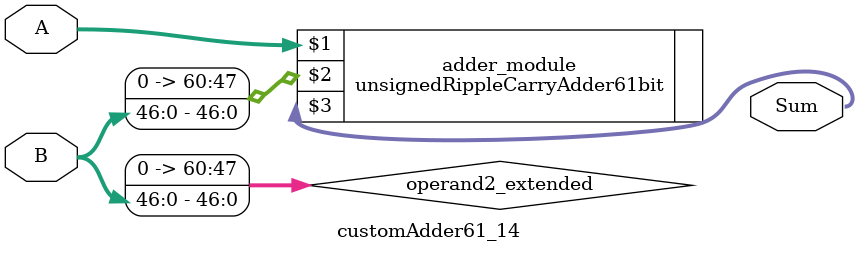
<source format=v>
module customAdder61_14(
                        input [60 : 0] A,
                        input [46 : 0] B,
                        
                        output [61 : 0] Sum
                );

        wire [60 : 0] operand2_extended;
        
        assign operand2_extended =  {14'b0, B};
        
        unsignedRippleCarryAdder61bit adder_module(
            A,
            operand2_extended,
            Sum
        );
        
        endmodule
        
</source>
